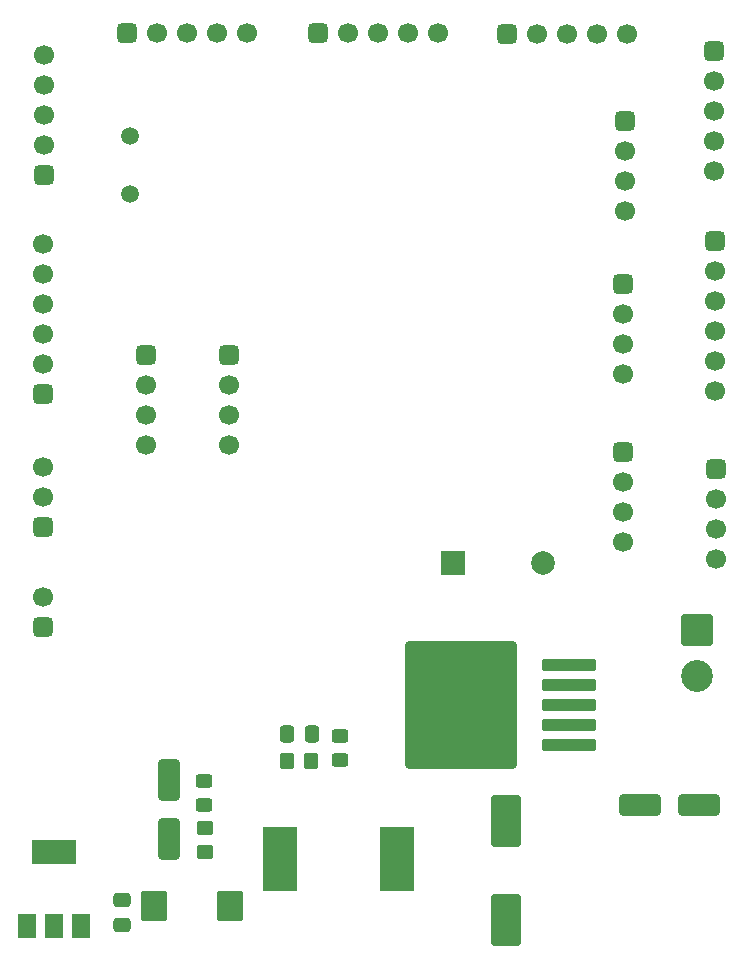
<source format=gbs>
G04 #@! TF.GenerationSoftware,KiCad,Pcbnew,7.0.5*
G04 #@! TF.CreationDate,2023-10-23T19:09:39+07:00*
G04 #@! TF.ProjectId,STM32F407VGT6,53544d33-3246-4343-9037-564754362e6b,rev?*
G04 #@! TF.SameCoordinates,Original*
G04 #@! TF.FileFunction,Soldermask,Bot*
G04 #@! TF.FilePolarity,Negative*
%FSLAX46Y46*%
G04 Gerber Fmt 4.6, Leading zero omitted, Abs format (unit mm)*
G04 Created by KiCad (PCBNEW 7.0.5) date 2023-10-23 19:09:39*
%MOMM*%
%LPD*%
G01*
G04 APERTURE LIST*
G04 Aperture macros list*
%AMRoundRect*
0 Rectangle with rounded corners*
0 $1 Rounding radius*
0 $2 $3 $4 $5 $6 $7 $8 $9 X,Y pos of 4 corners*
0 Add a 4 corners polygon primitive as box body*
4,1,4,$2,$3,$4,$5,$6,$7,$8,$9,$2,$3,0*
0 Add four circle primitives for the rounded corners*
1,1,$1+$1,$2,$3*
1,1,$1+$1,$4,$5*
1,1,$1+$1,$6,$7*
1,1,$1+$1,$8,$9*
0 Add four rect primitives between the rounded corners*
20,1,$1+$1,$2,$3,$4,$5,0*
20,1,$1+$1,$4,$5,$6,$7,0*
20,1,$1+$1,$6,$7,$8,$9,0*
20,1,$1+$1,$8,$9,$2,$3,0*%
G04 Aperture macros list end*
%ADD10RoundRect,0.425000X-0.425000X0.425000X-0.425000X-0.425000X0.425000X-0.425000X0.425000X0.425000X0*%
%ADD11C,1.700000*%
%ADD12RoundRect,0.250001X-1.099999X1.099999X-1.099999X-1.099999X1.099999X-1.099999X1.099999X1.099999X0*%
%ADD13C,2.700000*%
%ADD14RoundRect,0.425000X-0.425000X-0.425000X0.425000X-0.425000X0.425000X0.425000X-0.425000X0.425000X0*%
%ADD15RoundRect,0.425000X0.425000X-0.425000X0.425000X0.425000X-0.425000X0.425000X-0.425000X-0.425000X0*%
%ADD16C,1.500000*%
%ADD17R,2.000000X2.000000*%
%ADD18C,2.000000*%
%ADD19RoundRect,0.250000X0.475000X-0.337500X0.475000X0.337500X-0.475000X0.337500X-0.475000X-0.337500X0*%
%ADD20RoundRect,0.250000X2.050000X0.300000X-2.050000X0.300000X-2.050000X-0.300000X2.050000X-0.300000X0*%
%ADD21RoundRect,0.250002X4.449998X5.149998X-4.449998X5.149998X-4.449998X-5.149998X4.449998X-5.149998X0*%
%ADD22RoundRect,0.250000X-0.450000X0.325000X-0.450000X-0.325000X0.450000X-0.325000X0.450000X0.325000X0*%
%ADD23RoundRect,0.250000X-0.650000X1.500000X-0.650000X-1.500000X0.650000X-1.500000X0.650000X1.500000X0*%
%ADD24R,2.900000X5.400000*%
%ADD25R,1.500000X2.000000*%
%ADD26R,3.800000X2.000000*%
%ADD27RoundRect,0.250000X0.450000X-0.350000X0.450000X0.350000X-0.450000X0.350000X-0.450000X-0.350000X0*%
%ADD28RoundRect,0.250000X-0.337500X-0.475000X0.337500X-0.475000X0.337500X0.475000X-0.337500X0.475000X0*%
%ADD29RoundRect,0.250000X-0.875000X-1.025000X0.875000X-1.025000X0.875000X1.025000X-0.875000X1.025000X0*%
%ADD30RoundRect,0.250000X-1.000000X1.950000X-1.000000X-1.950000X1.000000X-1.950000X1.000000X1.950000X0*%
%ADD31RoundRect,0.250000X-1.500000X-0.650000X1.500000X-0.650000X1.500000X0.650000X-1.500000X0.650000X0*%
%ADD32RoundRect,0.250000X0.350000X0.450000X-0.350000X0.450000X-0.350000X-0.450000X0.350000X-0.450000X0*%
G04 APERTURE END LIST*
D10*
X132810000Y-91250000D03*
D11*
X132810000Y-93790000D03*
X132810000Y-96330000D03*
X132810000Y-98870000D03*
D12*
X179460000Y-114452500D03*
D13*
X179460000Y-118412500D03*
D10*
X173340000Y-71420000D03*
D11*
X173340000Y-73960000D03*
X173340000Y-76500000D03*
X173340000Y-79040000D03*
D10*
X139879000Y-91250000D03*
D11*
X139879000Y-93790000D03*
X139879000Y-96330000D03*
X139879000Y-98870000D03*
D14*
X147350000Y-63940000D03*
D11*
X149890000Y-63940000D03*
X152430000Y-63940000D03*
X154970000Y-63940000D03*
X157510000Y-63940000D03*
D10*
X173230000Y-85240000D03*
D11*
X173230000Y-87780000D03*
X173230000Y-90320000D03*
X173230000Y-92860000D03*
D15*
X124080000Y-114270000D03*
D11*
X124080000Y-111730000D03*
D10*
X180939200Y-65510000D03*
D11*
X180939200Y-68050000D03*
X180939200Y-70590000D03*
X180939200Y-73130000D03*
X180939200Y-75670000D03*
D15*
X124155500Y-75962500D03*
D11*
X124155500Y-73422500D03*
X124155500Y-70882500D03*
X124155500Y-68342500D03*
X124155500Y-65802500D03*
D14*
X131230000Y-63940000D03*
D11*
X133770000Y-63940000D03*
X136310000Y-63940000D03*
X138850000Y-63940000D03*
X141390000Y-63940000D03*
D10*
X181040000Y-100840000D03*
D11*
X181040000Y-103380000D03*
X181040000Y-105920000D03*
X181040000Y-108460000D03*
D15*
X124060000Y-94540000D03*
D11*
X124060000Y-92000000D03*
X124060000Y-89460000D03*
X124060000Y-86920000D03*
X124060000Y-84380000D03*
X124060000Y-81840000D03*
D10*
X173230000Y-99440000D03*
D11*
X173230000Y-101980000D03*
X173230000Y-104520000D03*
X173230000Y-107060000D03*
D10*
X180979200Y-81580000D03*
D11*
X180979200Y-84120000D03*
X180979200Y-86660000D03*
X180979200Y-89200000D03*
X180979200Y-91740000D03*
X180979200Y-94280000D03*
D15*
X124100000Y-105760000D03*
D11*
X124100000Y-103220000D03*
X124100000Y-100680000D03*
D16*
X131440000Y-72677500D03*
X131440000Y-77557500D03*
D14*
X163400000Y-63990000D03*
D11*
X165940000Y-63990000D03*
X168480000Y-63990000D03*
X171020000Y-63990000D03*
X173560000Y-63990000D03*
D17*
X158786000Y-108856000D03*
D18*
X166386000Y-108856000D03*
D19*
X130800000Y-139467500D03*
X130800000Y-137392500D03*
D20*
X168650000Y-117470000D03*
X168650000Y-119170000D03*
X168650000Y-120870000D03*
D21*
X159500000Y-120870000D03*
D20*
X168650000Y-122570000D03*
X168650000Y-124270000D03*
D22*
X137750000Y-127247500D03*
X137750000Y-129297500D03*
D23*
X134730000Y-127160000D03*
X134730000Y-132160000D03*
D24*
X154030000Y-133870000D03*
X144130000Y-133870000D03*
D25*
X127300000Y-139580000D03*
X125000000Y-139580000D03*
D26*
X125000000Y-133280000D03*
D25*
X122700000Y-139580000D03*
D27*
X137770000Y-133290000D03*
X137770000Y-131290000D03*
D28*
X144770000Y-123310000D03*
X146845000Y-123310000D03*
D29*
X133500000Y-137892500D03*
X139900000Y-137892500D03*
D22*
X149217500Y-123440000D03*
X149217500Y-125490000D03*
D30*
X163310000Y-130640000D03*
X163310000Y-139040000D03*
D31*
X174640000Y-129290000D03*
X179640000Y-129290000D03*
D32*
X146787500Y-125620000D03*
X144787500Y-125620000D03*
M02*

</source>
